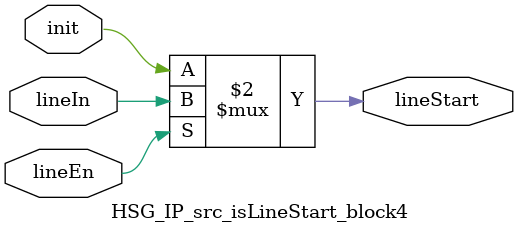
<source format=v>



`timescale 1 ns / 1 ns

module HSG_IP_src_isLineStart_block4
          (lineEn,
           lineIn,
           init,
           lineStart);


  input   lineEn;
  input   lineIn;
  input   init;
  output  lineStart;



  assign lineStart = (lineEn == 1'b0 ? init :
              lineIn);



endmodule  // HSG_IP_src_isLineStart_block4


</source>
